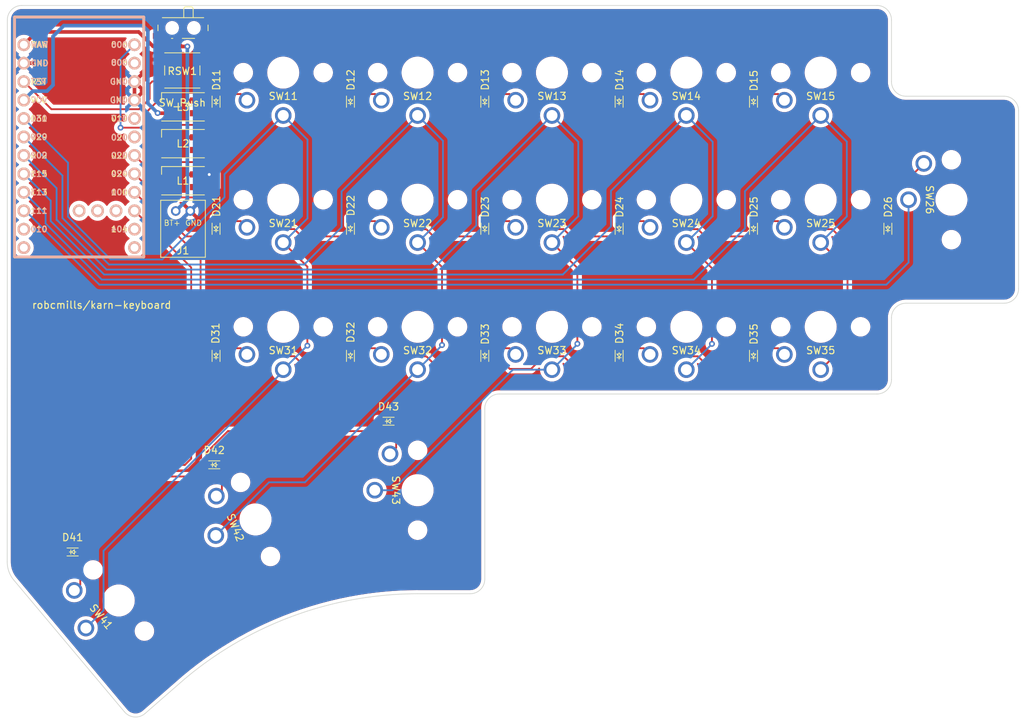
<source format=kicad_pcb>
(kicad_pcb (version 20211014) (generator pcbnew)
  (layers (0 "F.Cu" signal) (31 "B.Cu" signal) (34 "B.Paste" user) (35 "F.Paste" user) (36 "B.SilkS" user "B.Silkscreen") (37 "F.SilkS" user "F.Silkscreen") (38 "B.Mask" user) (39 "F.Mask" user) (44 "Edge.Cuts" user))
  (net 0 "")
  (net 1 "BT+")
  (net 2 "GND")
  (net 3 "row1")
  (net 4 "Net-(D11-Pad2)")
  (net 5 "Net-(D12-Pad2)")
  (net 6 "Net-(D13-Pad2)")
  (net 7 "Net-(D14-Pad2)")
  (net 8 "Net-(D15-Pad2)")
  (net 9 "row2")
  (net 10 "Net-(D21-Pad2)")
  (net 11 "Net-(D22-Pad2)")
  (net 12 "Net-(D23-Pad2)")
  (net 13 "Net-(D24-Pad2)")
  (net 14 "Net-(D25-Pad2)")
  (net 15 "Net-(D26-Pad2)")
  (net 16 "row3")
  (net 17 "Net-(D31-Pad2)")
  (net 18 "Net-(D32-Pad2)")
  (net 19 "Net-(D33-Pad2)")
  (net 20 "Net-(D34-Pad2)")
  (net 21 "Net-(D35-Pad2)")
  (net 22 "row4")
  (net 23 "Net-(D41-Pad2)")
  (net 24 "Net-(D42-Pad2)")
  (net 25 "Net-(D43-Pad2)")
  (net 27 "Net-(L1-Pad3)")
  (net 28 "VCC")
  (net 29 "Net-(L2-Pad3)")
  (net 30 "led")
  (net 31 "reset")
  (net 32 "col1")
  (net 33 "col2")
  (net 34 "col3")
  (net 35 "col4")
  (net 36 "col5")
  (net 37 "col6")
  (net 39 "raw")
  (footprint "Button_Switch_Keyboard:MBK choc 1u" (layer "F.Cu") (at 110.5 57.5)
    (fp_text reference "SW22")
    (fp_text value "SW_Push" hide)
  )
  (footprint "Button_Switch_Keyboard:MBK choc 1u" (layer "F.Cu") (at 166 40)
    (fp_text reference "SW15")
    (fp_text value "SW_Push" hide)
  )
  (footprint "Diode_SMD:1N4148X-TP" (layer "F.Cu") (at 138.25 61.5 90)
    (fp_text reference "D24")
    (fp_text value "D" hide)
  )
  (footprint "Diode_SMD:1N4148X-TP" (layer "F.Cu") (at 101.25 61.5 90)
    (fp_text reference "D22")
    (fp_text value "D" hide)
  )
  (footprint "Button_Switch_Keyboard:MBK choc 1u" (layer "F.Cu") (at 129 40)
    (fp_text reference "SW13")
    (fp_text value "SW_Push" hide)
  )
  (footprint "Button_Switch_Keyboard:MBK choc 1.5u" (layer "F.Cu") (at 88.184068 101.52305 -68)
    (fp_text reference "SW42")
    (fp_text value "SW_Push" hide)
  )
  (footprint "Diode_SMD:1N4148X-TP" (layer "F.Cu") (at 63 106)
    (fp_text reference "D41")
    (fp_text value "D" hide)
  )
  (footprint "karn-kicad:reset-switch-TL3313AF250QG" (layer "F.Cu") (at 78.1 39.7)
    (fp_text reference "RSW1")
    (fp_text value "SW_Push")
  )
  (footprint "Diode_SMD:1N4148X-TP" (layer "F.Cu") (at 82.75 44 90)
    (fp_text reference "D11")
    (fp_text value "D" hide)
  )
  (footprint "Button_Switch_Keyboard:MBK choc 1u" (layer "F.Cu") (at 92 75)
    (fp_text reference "SW31")
    (fp_text value "SW_Push" hide)
  )
  (footprint "Diode_SMD:1N4148X-TP" (layer "F.Cu") (at 82.75 79 90)
    (fp_text reference "D31")
    (fp_text value "D" hide)
  )
  (footprint "LED_SMD:LED_SK6812MINI_PLCC4_3.5x3.5mm_P1.75mm" (layer "F.Cu") (at 78.2 44.712847 180)
    (fp_text reference "L3")
    (fp_text value "SK6812MINI" hide)
  )
  (footprint "kbd:S2B-PH-K-SLFSN" (layer "F.Cu") (at 77.2 59.0527)
    (fp_text reference "J1")
    (fp_text value "S2B-PH-K-SLFSN" hide)
  )
  (footprint "Button_Switch_Keyboard:MBK choc 1.5u" (layer "F.Cu") (at 184 57.5 -90)
    (fp_text reference "SW26")
    (fp_text value "SW_Push" hide)
  )
  (footprint "Diode_SMD:1N4148X-TP" (layer "F.Cu") (at 119.75 44 90)
    (fp_text reference "D13")
    (fp_text value "D" hide)
  )
  (footprint "Button_Switch_SMD:SW_SPDT_PCM12" (layer "F.Cu") (at 78.2 34.164914 180)
    (fp_text reference "SW_POWER1" hide)
    (fp_text value "SW_SPDT" hide)
  )
  (footprint "Button_Switch_Keyboard:MBK choc 1u" (layer "F.Cu") (at 129 75)
    (fp_text reference "SW33")
    (fp_text value "SW_Push" hide)
  )
  (footprint "Diode_SMD:1N4148X-TP" (layer "F.Cu") (at 119.75 79 90)
    (fp_text reference "D33")
    (fp_text value "D" hide)
  )
  (footprint "Button_Switch_Keyboard:MBK choc 1u" (layer "F.Cu") (at 166 57.5)
    (fp_text reference "SW25")
    (fp_text value "SW_Push" hide)
  )
  (footprint "Button_Switch_Keyboard:MBK choc 1u" (layer "F.Cu") (at 110.5 75)
    (fp_text reference "SW32")
    (fp_text value "SW_Push" hide)
  )
  (footprint "Diode_SMD:1N4148X-TP" (layer "F.Cu") (at 138.25 44 90)
    (fp_text reference "D14")
    (fp_text value "D" hide)
  )
  (footprint "Diode_SMD:1N4148X-TP" (layer "F.Cu") (at 82.75 61.5 90)
    (fp_text reference "D21")
    (fp_text value "D" hide)
  )
  (footprint "Button_Switch_Keyboard:MBK choc 1u" (layer "F.Cu") (at 92 57.5)
    (fp_text reference "SW21")
    (fp_text value "SW_Push" hide)
  )
  (footprint "Diode_SMD:1N4148X-TP" (layer "F.Cu") (at 101.25 79 90)
    (fp_text reference "D32")
    (fp_text value "D" hide)
  )
  (footprint "Button_Switch_Keyboard:MBK choc 1.5u" (layer "F.Cu") (at 69.34916 112.683234 -50)
    (fp_text reference "SW41")
    (fp_text value "SW_Push" hide)
  )
  (footprint "Diode_SMD:1N4148X-TP" (layer "F.Cu") (at 119.75 61.5 90)
    (fp_text reference "D23")
    (fp_text value "D" hide)
  )
  (footprint "Diode_SMD:1N4148X-TP" (layer "F.Cu") (at 101.25 44 90)
    (fp_text reference "D12")
    (fp_text value "D" hide)
  )
  (footprint "LED_SMD:LED_SK6812MINI_PLCC4_3.5x3.5mm_P1.75mm" (layer "F.Cu") (at 78.2 49.778294 180)
    (fp_text reference "L2")
    (fp_text value "SK6812MINI" hide)
  )
  (footprint "LED_SMD:LED_SK6812MINI_PLCC4_3.5x3.5mm_P1.75mm" (layer "F.Cu") (at 78.2 54.887036 180)
    (fp_text reference "L1")
    (fp_text value "SK6812MINI" hide)
  )
  (footprint "Button_Switch_Keyboard:MBK choc 1u" (layer "F.Cu") (at 110.5 40)
    (fp_text reference "SW12")
    (fp_text value "SW_Push" hide)
  )
  (footprint "Button_Switch_Keyboard:MBK choc 1u" (layer "F.Cu") (at 166 75)
    (fp_text reference "SW35")
    (fp_text value "SW_Push" hide)
  )
  (footprint "Button_Switch_Keyboard:MBK choc 1u" (layer "F.Cu") (at 92 40)
    (fp_text reference "SW11")
    (fp_text value "SW_Push" hide)
  )
  (footprint "Diode_SMD:1N4148X-TP" (layer "F.Cu") (at 175.25 61.5 90)
    (fp_text reference "D26")
    (fp_text value "D" hide)
  )
  (footprint "Button_Switch_Keyboard:MBK choc 1u" (layer "F.Cu") (at 129 57.5)
    (fp_text reference "SW23")
    (fp_text value "SW_Push" hide)
  )
  (footprint "Button_Switch_Keyboard:MBK choc 1u" (layer "F.Cu") (at 147.5 75)
    (fp_text reference "SW34")
    (fp_text value "SW_Push" hide)
  )
  (footprint "Button_Switch_Keyboard:MBK choc 1.5u" (layer "F.Cu") (at 110.5 97.5 -90)
    (fp_text reference "SW43")
    (fp_text value "SW_Push" hide)
  )
  (footprint "Diode_SMD:1N4148X-TP" (layer "F.Cu") (at 138.25 79 90)
    (fp_text reference "D34")
    (fp_text value "D" hide)
  )
  (footprint "Diode_SMD:1N4148X-TP" (layer "F.Cu") (at 156.75 79 90)
    (fp_text reference "D35")
    (fp_text value "D" hide)
  )
  (footprint "Diode_SMD:1N4148X-TP" (layer "F.Cu") (at 156.75 44 90)
    (fp_text reference "D15")
    (fp_text value "D" hide)
  )
  (footprint "Button_Switch_Keyboard:MBK choc 1u" (layer "F.Cu") (at 147.5 40)
    (fp_text reference "SW14")
    (fp_text value "SW_Push" hide)
  )
  (footprint "Button_Switch_Keyboard:MBK choc 1u" (layer "F.Cu") (at 147.5 57.5)
    (fp_text reference "SW24")
    (fp_text value "SW_Push" hide)
  )
  (footprint "Diode_SMD:1N4148X-TP" (layer "F.Cu") (at 82.5 94)
    (fp_text reference "D42")
    (fp_text value "D" hide)
  )
  (footprint "Diode_SMD:1N4148X-TP" (layer "F.Cu") (at 156.75 61.5 90)
    (fp_text reference "D25")
    (fp_text value "D" hide)
  )
  (footprint "Diode_SMD:1N4148X-TP" (layer "F.Cu") (at 106.5 88)
    (fp_text reference "D43")
    (fp_text value "D" hide)
  )
  (footprint "nice-nano-kicad-master:nice_nano" (layer "B.Cu") (at 63.9 50.12975 -90)
    (fp_text reference "U1" hide)
    (fp_text value "nice!nano v2" hide)
  )
  (gr_line (start 193.25 45.25) (end 193.25 69.75) (layer "Edge.Cuts") (width 0.1))
  (gr_arc (start 193.25 69.75) (mid 192.664214 71.164214) (end 191.25 71.75) (layer "Edge.Cuts") (width 0.1))
  (gr_arc (start 175.75 73.75) (mid 176.335786 72.335786) (end 177.75 71.75) (layer "Edge.Cuts") (width 0.1))
  (gr_line (start 119.75 86.25) (end 119.75 109.75) (layer "Edge.Cuts") (width 0.1))
  (gr_line (start 175.75 32.75) (end 175.75 41.25) (layer "Edge.Cuts") (width 0.1))
  (gr_line (start 117.75 111.75) (end 110.5 111.75) (layer "Edge.Cuts") (width 0.1))
  (gr_arc (start 175.75 82.25) (mid 175.164214 83.664214) (end 173.75 84.25) (layer "Edge.Cuts") (width 0.1))
  (gr_arc (start 177.75 43.25) (mid 176.335786 42.664214) (end 175.75 41.25) (layer "Edge.Cuts") (width 0.1))
  (gr_arc (start 119.75 109.75) (mid 119.164214 111.164214) (end 117.75 111.75) (layer "Edge.Cuts") (width 0.1))
  (gr_arc (start 191.25 43.25) (mid 192.664214 43.835786) (end 193.25 45.25) (layer "Edge.Cuts") (width 0.1))
  (gr_line (start 191.25 71.75) (end 177.75 71.75) (layer "Edge.Cuts") (width 0.1))
  (gr_arc (start 78.400222 123.510683) (mid 93.412886 114.799326) (end 110.5 111.75) (layer "Edge.Cuts") (width 0.1))
  (gr_arc (start 119.75 86.25) (mid 120.335786 84.835786) (end 121.75 84.25) (layer "Edge.Cuts") (width 0.1))
  (gr_line (start 173.75 84.25) (end 121.75 84.25) (layer "Edge.Cuts") (width 0.1))
  (gr_arc (start 72.955062 128.259578) (mid 71.495176 128.719874) (end 70.137398 128.013064) (layer "Edge.Cuts") (width 0.1))
  (gr_line (start 78.400222 123.510683) (end 72.955062 128.259578) (layer "Edge.Cuts") (width 0.1))
  (gr_line (start 70.137398 128.013064) (end 54.900001 109.870596) (layer "Edge.Cuts") (width 0.1))
  (gr_line (start 53.994876 107.370597) (end 54.01 32.75) (layer "Edge.Cuts") (width 0.1))
  (gr_line (start 56.01 30.75) (end 173.75 30.75) (layer "Edge.Cuts") (width 0.1))
  (gr_line (start 177.75 43.25) (end 191.25 43.25) (layer "Edge.Cuts") (width 0.1))
  (gr_arc (start 173.75 30.75) (mid 175.164214 31.335786) (end 175.75 32.75) (layer "Edge.Cuts") (width 0.1))
  (gr_line (start 175.75 73.75) (end 175.75 82.25) (layer "Edge.Cuts") (width 0.1))
  (gr_arc (start 54.01 32.75) (mid 54.595786 31.335786) (end 56.01 30.75) (layer "Edge.Cuts") (width 0.1))
  (gr_arc (start 54.900001 109.870596) (mid 54.228121 108.7) (end 53.994876 107.370597) (layer "Edge.Cuts") (width 0.1))
  (gr_text "robcmills/karn-keyboard" (at 67 72) (layer "F.SilkS") (effects (font (size 1 1))))
  (segment (start 78.016155 36.4) (end 78.8 36.4) (width 0.5) (layer "F.Cu") (net 1))
  (segment (start 77.45 35.594914) (end 77.45 35.833845) (width 0.5) (layer "F.Cu") (net 1))
  (segment (start 77.45 35.833845) (end 78.016155 36.4) (width 0.5) (layer "F.Cu") (net 1))
  (via (at 78.8 36.4) (size 0.8) (drill 0.4) (layers "F.Cu" "B.Cu") (net 1))
  (segment (start 78.8 57.452699) (end 77.199999 59.0527) (width 0.5) (layer "B.Cu") (net 1))
  (segment (start 78.8 36.4) (end 78.8 57.452699) (width 0.5) (layer "B.Cu") (net 1))
  (segment (start 81.516551 49.192183) (end 81.227662 48.903294) (width 0.5) (layer "F.Cu") (net 2))
  (segment (start 68.98 38.69975) (end 71.52 41.23975) (width 0.5) (layer "F.Cu") (net 2))
  (segment (start 81.516551 51.760897) (end 81.516551 49.192183) (width 0.5) (layer "F.Cu") (net 2))
  (segment (start 71.52 41.23975) (end 71.52 43.77975) (width 0.5) (layer "F.Cu") (net 2))
  (segment (start 81.561617 44.302617) (end 81.096847 43.837847) (width 0.5) (layer "F.Cu") (net 2))
  (segment (start 56.28 38.69975) (end 68.98 38.69975) (width 0.5) (layer "F.Cu") (net 2))
  (segment (start 79.95 48.903294) (end 79.95 48.190023) (width 0.5) (layer "F.Cu") (net 2))
  (segment (start 79.95 48.190023) (end 81.561617 46.578406) (width 0.5) (layer "F.Cu") (net 2))
  (segment (start 79.95 53.327448) (end 81.516551 51.760897) (width 0.5) (layer "F.Cu") (net 2))
  (segment (start 79.95 54.012036) (end 81.791153 54.012036) (width 0.5) (layer "F.Cu") (net 2))
  (segment (start 81.791153 54.012036) (end 81.808804 54.029687) (width 0.5) (layer "F.Cu") (net 2))
  (segment (start 81.227662 48.903294) (end 79.95 48.903294) (width 0.5) (layer "F.Cu") (net 2))
  (segment (start 81.096847 43.837847) (end 79.95 43.837847) (width 0.5) (layer "F.Cu") (net 2))
  (segment (start 81.561617 46.578406) (end 81.561617 44.302617) (width 0.5) (layer "F.Cu") (net 2))
  (segment (start 79.95 54.012036) (end 79.95 53.327448) (width 0.5) (layer "F.Cu") (net 2))
  (via (at 81.808804 54.029687) (size 0.8) (drill 0.4) (layers "F.Cu" "B.Cu") (net 2))
  (segment (start 77.612753 60.639948) (end 79.200001 59.0527) (width 0.5) (layer "B.Cu") (net 2))
  (segment (start 81.808804 56.443897) (end 79.200001 59.0527) (width 0.5) (layer "B.Cu") (net 2))
  (segment (start 73.537325 45.797075) (end 73.537325 58.044296) (width 0.5) (layer "B.Cu") (net 2))
  (segment (start 71.52 43.77975) (end 73.537325 45.797075) (width 0.5) (layer "B.Cu") (net 2))
  (segment (start 73.537325 58.044296) (end 76.132977 60.639948) (width 0.5) (layer "B.Cu") (net 2))
  (segment (start 76.132977 60.639948) (end 77.612753 60.639948) (width 0.5) (layer "B.Cu") (net 2))
  (segment (start 81.808804 54.029687) (end 81.808804 56.443897) (width 0.5) (layer "B.Cu") (net 2))
  (segment (start 150.087326 45.0509) (end 149.839879 44.803453) (width 0.25) (layer "F.Cu") (net 3))
  (segment (start 141.678954 45.800641) (end 140.929213 45.0509) (width 0.25) (layer "F.Cu") (net 3))
  (segment (start 103.80589 45.0509) (end 104.566734 45.811744) (width 0.25) (layer "F.Cu") (net 3))
  (segment (start 74.817846 57.179078) (end 81.324282 57.179078) (width 0.25) (layer "F.Cu") (net 3))
  (segment (start 107.543887 45.811744) (end 109.286193 44.069438) (width 0.25) (layer "F.Cu") (net 3))
  (segment (start 126.115762 45.795688) (end 127.858068 44.053382) (width 0.25) (layer "F.Cu") (net 3))
  (segment (start 93.517024 44.050107) (end 94.517817 45.0509) (width 0.25) (layer "F.Cu") (net 3))
  (segment (start 104.566734 45.811744) (end 107.543887 45.811744) (width 0.25) (layer "F.Cu") (net 3))
  (segment (start 85.692413 45.792413) (end 89.036807 45.792413) (width 0.25) (layer "F.Cu") (net 3))
  (segment (start 81.324282 57.179078) (end 82.75 55.75336) (width 0.25) (layer "F.Cu") (net 3))
  (segment (start 71.52 51.39975) (end 73.987238 53.866988) (width 0.25) (layer "F.Cu") (net 3))
  (segment (start 156.75 45.0509) (end 150.087326 45.0509) (width 0.25) (layer "F.Cu") (net 3))
  (segment (start 82.75 55.75336) (end 82.75 45.0509) (width 0.25) (layer "F.Cu") (net 3))
  (segment (start 112.682317 45.0509) (end 122.441934 45.0509) (width 0.25) (layer "F.Cu") (net 3))
  (segment (start 144.607994 45.800641) (end 141.678954 45.800641) (width 0.25) (layer "F.Cu") (net 3))
  (segment (start 73.987238 56.34847) (end 74.817846 57.179078) (width 0.25) (layer "F.Cu") (net 3))
  (segment (start 73.987238 53.866988) (end 73.987238 56.34847) (width 0.25) (layer "F.Cu") (net 3))
  (segment (start 140.929213 45.0509) (end 138.25 45.0509) (width 0.25) (layer "F.Cu") (net 3))
  (segment (start 82.75 45.0509) (end 84.9509 45.0509) (width 0.25) (layer "F.Cu") (net 3))
  (segment (start 109.286193 44.069438) (end 111.700855 44.069438) (width 0.25) (layer "F.Cu") (net 3))
  (segment (start 90.779113 44.050107) (end 93.517024 44.050107) (width 0.25) (layer "F.Cu") (net 3))
  (segment (start 149.088211 44.058335) (end 146.3503 44.058335) (width 0.25) (layer "F.Cu") (net 3))
  (segment (start 84.9509 45.0509) (end 85.692413 45.792413) (width 0.25) (layer "F.Cu") (net 3))
  (segment (start 149.836604 44.806728) (end 149.088211 44.058335) (width 0.25) (layer "F.Cu") (net 3))
  (segment (start 122.441934 45.0509) (end 123.186722 45.795688) (width 0.25) (layer "F.Cu") (net 3))
  (segment (start 130.595979 44.053382) (end 131.593497 45.0509) (width 0.25) (layer "F.Cu") (net 3))
  (segment (start 127.858068 44.053382) (end 130.595979 44.053382) (width 0.25) (layer "F.Cu") (net 3))
  (segment (start 89.036807 45.792413) (end 90.779113 44.050107) (width 0.25) (layer "F.Cu") (net 3))
  (segment (start 123.186722 45.795688) (end 126.115762 45.795688) (width 0.25) (layer "F.Cu") (net 3))
  (segment (start 94.517817 45.0509) (end 103.80589 45.0509) (width 0.25) (layer "F.Cu") (net 3))
  (segment (start 146.3503 44.058335) (end 144.607994 45.800641) (width 0.25) (layer "F.Cu") (net 3))
  (segment (start 111.700855 44.069438) (end 112.682317 45.0509) (width 0.25) (layer "F.Cu") (net 3))
  (segment (start 131.593497 45.0509) (end 138.25 45.0509) (width 0.25) (layer "F.Cu") (net 3))
  (segment (start 82.75 42.9491) (end 86.1491 42.9491) (width 0.25) (layer "F.Cu") (net 4))
  (segment (start 86.1491 42.9491) (end 87 43.8) (width 0.25) (layer "F.Cu") (net 4))
  (segment (start 104.6491 42.9491) (end 105.5 43.8) (width 0.25) (layer "F.Cu") (net 5))
  (segment (start 101.25 42.9491) (end 104.6491 42.9491) (width 0.25) (layer "F.Cu") (net 5))
  (segment (start 119.75 42.9491) (end 123.1491 42.9491) (width 0.25) (layer "F.Cu") (net 6))
  (segment (start 123.1491 42.9491) (end 124 43.8) (width 0.25) (layer "F.Cu") (net 6))
  (segment (start 138.25 42.9491) (end 141.6491 42.9491) (width 0.25) (layer "F.Cu") (net 7))
  (segment (start 141.6491 42.9491) (end 142.5 43.8) (width 0.25) (layer "F.Cu") (net 7))
  (segment (start 160.1491 42.9491) (end 161 43.8) (width 0.25) (layer "F.Cu") (net 8))
  (segment (start 156.75 42.9491) (end 160.1491 42.9491) (width 0.25) (layer "F.Cu") (net 8))
  (segment (start 103.81148 62.5509) (end 104.566569 63.305989) (width 0.25) (layer "F.Cu") (net 9))
  (segment (start 146.350135 61.55258) (end 144.607829 63.294886) (width 0.25) (layer "F.Cu") (net 9))
  (segment (start 111.70069 61.563683) (end 112.687907 62.5509) (width 0.25) (layer "F.Cu") (net 9))
  (segment (start 141.678789 63.294886) (end 140.934803 62.5509) (width 0.25) (layer "F.Cu") (net 9))
  (segment (start 127.857903 61.547627) (end 130.595814 61.547627) (width 0.25) (layer "F.Cu") (net 9))
  (segment (start 138.25 62.5509) (end 131.605637 62.5509) (width 0.25) (layer "F.Cu") (net 9))
  (segment (start 131.605637 62.5509) (end 131.347482 62.292745) (width 0.25) (layer "F.Cu") (net 9))
  (segment (start 144.607829 63.294886) (end 141.678789 63.294886) (width 0.25) (layer "F.Cu") (net 9))
  (segment (start 160.179255 63.296352) (end 159.433803 62.5509) (width 0.25) (layer "F.Cu") (net 9))
  (segment (start 149.836439 62.300973) (end 149.088046 61.55258) (width 0.25) (layer "F.Cu") (net 9))
  (segment (start 73.338323 55.758073) (end 71.52 53.93975) (width 0.25) (layer "F.Cu") (net 9))
  (segment (start 130.595814 61.547627) (end 131.344207 62.29602) (width 0.25) (layer "F.Cu") (net 9))
  (segment (start 168.591916 62.5509) (end 168.34018 62.299164) (width 0.25) (layer "F.Cu") (net 9))
  (segment (start 93.516859 61.544352) (end 94.523407 62.5509) (width 0.25) (layer "F.Cu") (net 9))
  (segment (start 112.687907 62.5509) (end 122.447524 62.5509) (width 0.25) (layer "F.Cu") (net 9))
  (segment (start 89.036642 63.286658) (end 90.778948 61.544352) (width 0.25) (layer "F.Cu") (net 9))
  (segment (start 122.447524 62.5509) (end 123.186557 63.289933) (width 0.25) (layer "F.Cu") (net 9))
  (segment (start 175.25 62.5509) (end 168.591916 62.5509) (width 0.25) (layer "F.Cu") (net 9))
  (segment (start 90.778948 61.544352) (end 93.516859 61.544352) (width 0.25) (layer "F.Cu") (net 9))
  (segment (start 156.75 62.5509) (end 150.092916 62.5509) (width 0.25) (layer "F.Cu") (net 9))
  (segment (start 85.323731 62.5509) (end 86.059489 63.286658) (width 0.25) (layer "F.Cu") (net 9))
  (segment (start 86.059489 63.286658) (end 89.036642 63.286658) (width 0.25) (layer "F.Cu") (net 9))
  (segment (start 163.108295 63.296352) (end 160.179255 63.296352) (width 0.25) (layer "F.Cu") (net 9))
  (segment (start 82.75 62.5509) (end 85.323731 62.5509) (width 0.25) (layer "F.Cu") (net 9))
  (segment (start 109.286028 61.563683) (end 111.70069 61.563683) (width 0.25) (layer "F.Cu") (net 9))
  (segment (start 168.336905 62.302439) (end 167.588512 61.554046) (width 0.25) (layer "F.Cu") (net 9))
  (segment (start 150.092916 62.5509) (end 149.839714 62.297698) (width 0.25) (layer "F.Cu") (net 9))
  (segment (start 123.186557 63.289933) (end 126.115597 63.289933) (width 0.25) (layer "F.Cu") (net 9))
  (segment (start 149.088046 61.55258) (end 146.350135 61.55258) (width 0.25) (layer "F.Cu") (net 9))
  (segment (start 78.5509 62.5509) (end 73.338323 57.338323) (width 0.25) (layer "F.Cu") (net 9))
  (segment (start 104.566569 63.305989) (end 107.543722 63.305989) (width 0.25) (layer "F.Cu") (net 9))
  (segment (start 126.115597 63.289933) (end 127.857903 61.547627) (width 0.25) (layer "F.Cu") (net 9))
  (segment (start 107.543722 63.305989) (end 109.286028 61.563683) (width 0.25) (layer "F.Cu") (net 9))
  (segment (start 167.588512 61.554046) (end 164.850601 61.554046) (width 0.25) (layer "F.Cu") (net 9))
  (segment (start 164.850601 61.554046) (end 163.108295 63.296352) (width 0.25) (layer "F.Cu") (net 9))
  (segment (start 73.338323 57.338323) (end 73.338323 55.758073) (width 0.25) (layer "F.Cu") (net 9))
  (segment (start 94.523407 62.5509) (end 103.81148 62.5509) (width 0.25) (layer "F.Cu") (net 9))
  (segment (start 82.75 62.5509) (end 78.5509 62.5509) (width 0.25) (layer "F.Cu") (net 9))
  (segment (start 159.433803 62.5509) (end 156.75 62.5509) (width 0.25) (layer "F.Cu") (net 9))
  (segment (start 140.934803 62.5509) (end 138.25 62.5509) (width 0.25) (layer "F.Cu") (net 9))
  (segment (start 82.75 60.4491) (end 86.1491 60.4491) (width 0.25) (layer "F.Cu") (net 10))
  (segment (start 86.1491 60.4491) (end 87 61.3) (width 0.25) (layer "F.Cu") (net 10))
  (segment (start 104.6491 60.4491) (end 105.5 61.3) (width 0.25) (layer "F.Cu") (net 11))
  (segment (start 101.25 60.4491) (end 104.6491 60.4491) (width 0.25) (layer "F.Cu") (net 11))
  (segment (start 119.75 60.4491) (end 123.1491 60.4491) (width 0.25) (layer "F.Cu") (net 12))
  (segment (start 123.1491 60.4491) (end 124 61.3) (width 0.25) (layer "F.Cu") (net 12))
  (segment (start 138.25 60.4491) (end 141.6491 60.4491) (width 0.25) (layer "F.Cu") (net 13))
  (segment (start 141.6491 60.4491) (end 142.5 61.3) (width 0.25) (layer "F.Cu") (net 13))
  (segment (start 160.1491 60.4491) (end 161 61.3) (width 0.25) (layer "F.Cu") (net 14))
  (segment (start 156.75 60.4491) (end 160.1491 60.4491) (width 0.25) (layer "F.Cu") (net 14))
  (segment (start 175.25 57.45) (end 180.2 52.5) (width 0.25) (layer "F.Cu") (net 15))
  (segment (start 175.25 60.7015) (end 175.25 57.45) (width 0.25) (layer "F.Cu") (net 15))
  (segment (start 81.732426 80.0509) (end 82.75 80.0509) (width 0.25) (layer "F.Cu") (net 16))
  (segment (start 150.096417 80.0509) (end 149.847614 79.802097) (width 0.25) (layer "F.Cu") (net 16))
  (segment (start 156.75 80.0509) (end 150.096417 80.0509) (width 0.25) (layer "F.Cu") (net 16))
  (segment (start 127.865803 79.052026) (end 130.603714 79.052026) (width 0.25) (layer "F.Cu") (net 16))
  (segment (start 85.327232 80.0509) (end 86.067389 80.791057) (width 0.25) (layer "F.Cu") (net 16))
  (segment (start 80.619942 78.938416) (end 81.732426 80.0509) (width 0.25) (layer "F.Cu") (net 16))
  (segment (start 104.574469 80.810388) (end 107.551622 80.810388) (width 0.25) (layer "F.Cu") (net 16))
  (segment (start 93.524759 79.048751) (end 94.526908 80.0509) (width 0.25) (layer "F.Cu") (net 16))
  (segment (start 112.691408 80.0509) (end 122.451025 80.0509) (width 0.25) (layer "F.Cu") (net 16))
  (segment (start 141.686689 80.799285) (end 140.938304 80.0509) (width 0.25) (layer "F.Cu") (net 16))
  (segment (start 111.70859 79.068082) (end 112.691408 80.0509) (width 0.25) (layer "F.Cu") (net 16))
  (segment (start 109.293928 79.068082) (end 111.70859 79.068082) (width 0.25) (layer "F.Cu") (net 16))
  (segment (start 90.786848 79.048751) (end 93.524759 79.048751) (width 0.25) (layer "F.Cu") (net 16))
  (segment (start 122.451025 80.0509) (end 123.194457 80.794332) (width 0.25) (layer "F.Cu") (net 16))
  (segment (start 71.52 56.47975) (end 80.619942 65.579692) (width 0.25) (layer "F.Cu") (net 16))
  (segment (start 149.095946 79.056979) (end 146.358035 79.056979) (width 0.25) (layer "F.Cu") (net 16))
  (segment (start 130.603714 79.052026) (end 131.352107 79.800419) (width 0.25) (layer "F.Cu") (net 16))
  (segment (start 89.044542 80.791057) (end 90.786848 79.048751) (width 0.25) (layer "F.Cu") (net 16))
  (segment (start 107.551622 80.810388) (end 109.293928 79.068082) (width 0.25) (layer "F.Cu") (net 16))
  (segment (start 131.609138 80.0509) (end 131.355382 79.797144) (width 0.25) (layer "F.Cu") (net 16))
  (segment (start 82.75 80.0509) (end 85.327232 80.0509) (width 0.25) (layer "F.Cu") (net 16))
  (segment (start 103.814981 80.0509) (end 104.574469 80.810388) (width 0.25) (layer "F.Cu") (net 16))
  (segment (start 94.526908 80.0509) (end 103.814981 80.0509) (width 0.25) (layer "F.Cu") (net 16))
  (segment (start 140.938304 80.0509) (end 138.25 80.0509) (width 0.25) (layer "F.Cu") (net 16))
  (segment (start 80.619942 65.579692) (end 80.619942 78.938416) (width 0.25) (layer "F.Cu") (net 16))
  (segment (start 86.067389 80.791057) (end 89.044542 80.791057) (width 0.25) (layer "F.Cu") (net 16))
  (segment (start 146.358035 79.056979) (end 144.615729 80.799285) (width 0.25) (layer "F.Cu") (net 16))
  (segment (start 126.123497 80.794332) (end 127.865803 79.052026) (width 0.25) (layer "F.Cu") (net 16))
  (segment (start 123.194457 80.794332) (end 126.123497 80.794332) (width 0.25) (layer "F.Cu") (net 16))
  (segment (start 144.615729 80.799285) (end 141.686689 80.799285) (width 0.25) (layer "F.Cu") (net 16))
  (segment (start 138.25 80.0509) (end 131.609138 80.0509) (width 0.25) (layer "F.Cu") (net 16))
  (segment (start 149.844339 79.805372) (end 149.095946 79.056979) (width 0.25) (layer "F.Cu") (net 16))
  (segment (start 86.1491 77.9491) (end 87 78.8) (width 0.25) (layer "F.Cu") (net 17))
  (segment (start 82.75 77.9491) (end 86.1491 77.9491) (width 0.25) (layer "F.Cu") (net 17))
  (segment (start 104.6491 77.9491) (end 105.5 78.8) (width 0.25) (layer "F.Cu") (net 18))
  (segment (start 101.25 77.9491) (end 104.6491 77.9491) (width 0.25) (layer "F.Cu") (net 18))
  (segment (start 119.75 77.9491) (end 123.1491 77.9491) (width 0.25) (layer "F.Cu") (net 19))
  (segment (start 123.1491 77.9491) (end 124 78.8) (width 0.25) (layer "F.Cu") (net 19))
  (segment (start 141.6491 77.9491) (end 142.5 78.8) (width 0.25) (layer "F.Cu") (net 20))
  (segment (start 138.25 77.9491) (end 141.6491 77.9491) (width 0.25) (layer "F.Cu") (net 20))
  (segment (start 156.75 77.9491) (end 160.1491 77.9491) (width 0.25) (layer "F.Cu") (net 21))
  (segment (start 160.1491 77.9491) (end 161 78.8) (width 0.25) (layer "F.Cu") (net 21))
  (segment (start 84.381268 89.360869) (end 81.4491 92.293037) (width 0.25) (layer "F.Cu") (net 22))
  (segment (start 59.292059 96.80589) (end 62.083084 94.014865) (width 0.25) (layer "F.Cu") (net 22))
  (segment (start 61.9491 106) (end 61.9491 107.049587) (width 0.25) (layer "F.Cu") (net 22))
  (segment (start 79.325416 93.146546) (end 79.325416 66.825166) (width 0.25) (layer "F.Cu") (net 22))
  (segment (start 81.041616 95.608878) (end 63.445224 95.608878) (width 0.25) (layer "F.Cu") (net 22))
  (segment (start 104.84095 89.360869) (end 84.381268 89.360869) (width 0.25) (layer "F.Cu") (net 22))
  (segment (start 61.9491 97.105002) (end 61.9491 106) (width 0.25) (layer "F.Cu") (net 22))
  (segment (start 59.292059 106.85358) (end 59.292059 96.80589) (width 0.25) (layer "F.Cu") (net 22))
  (segment (start 78.457097 94.014865) (end 79.325416 93.146546) (width 0.25) (layer "F.Cu") (net 22))
  (segment (start 81.4491 92.293037) (end 81.4491 95.201394) (width 0.25) (layer "F.Cu") (net 22))
  (segment (start 79.325416 66.825166) (end 71.52 59.01975) (width 0.25) (layer "F.Cu") (net 22))
  (segment (start 81.4491 95.201394) (end 81.041616 95.608878) (width 0.25) (layer "F.Cu") (net 22))
  (segment (start 63.445224 95.608878) (end 61.9491 97.105002) (width 0.25) (layer "F.Cu") (net 22))
  (segment (start 61.9491 107.049587) (end 61.152742 107.845945) (width 0.25) (layer "F.Cu") (net 22))
  (segment (start 60.284424 107.845945) (end 59.292059 106.85358) (width 0.25) (layer "F.Cu") (net 22))
  (segment (start 105.4491 88) (end 105.4491 88.752719) (width 0.25) (layer "F.Cu") (net 22))
  (segment (start 61.152742 107.845945) (end 60.284424 107.845945) (width 0.25) (layer "F.Cu") (net 22))
  (segment (start 105.4491 88.752719) (end 104.84095 89.360869) (width 0.25) (layer "F.Cu") (net 22))
  (segment (start 62.083084 94.014865) (end 78.457097 94.014865) (width 0.25) (layer "F.Cu") (net 22))
  (segment (start 64.0509 110.468958) (end 63.224253 111.295605) (width 0.25) (layer "F.Cu") (net 23))
  (segment (start 64.0509 106) (end 64.0509 110.468958) (width 0.25) (layer "F.Cu") (net 23))
  (segment (start 83.5509 94) (end 83.5509 97.547472) (width 0.25) (layer "F.Cu") (net 24))
  (segment (start 83.5509 97.547472) (end 82.787736 98.310636) (width 0.25) (layer "F.Cu") (net 24))
  (segment (start 107.5509 91.6491) (end 106.7 92.5) (width 0.25) (layer "F.Cu") (net 25))
  (segment (start 107.5509 88) (end 107.5509 91.6491) (width 0.25) (layer "F.Cu") (net 25))
  (segment (start 76.45 52.57642) (end 76.709348 52.317072) (width 0.25) (layer "F.Cu") (net 27))
  (segment (start 76.45 54.012036) (end 76.45 52.57642) (width 0.25) (layer "F.Cu") (net 27))
  (segment (start 79.683375 52.317072) (end 79.95 52.050447) (width 0.25) (layer "F.Cu") (net 27))
  (segment (start 76.709348 52.317072) (end 79.683375 52.317072) (width 0.25) (layer "F.Cu") (net 27))
  (segment (start 79.95 52.050447) (end 79.95 50.653294) (width 0.25) (layer "F.Cu") (net 27))
  (segment (start 74.651953 55.064839) (end 75.34915 55.762036) (width 0.5) (layer "F.Cu") (net 28))
  (segment (start 74.741289 48.18594) (end 74.741289 50.210897) (width 0.5) (layer "F.Cu") (net 28))
  (segment (start 76.45 46.477229) (end 74.741289 48.18594) (width 0.5) (layer "F.Cu") (net 28))
  (segment (start 76.45 51.450286) (end 74.651953 53.248333) (width 0.5) (layer "F.Cu") (net 28))
  (segment (start 75.183686 50.653294) (end 76.45 50.653294) (width 0.5) (layer "F.Cu") (net 28))
  (segment (start 76.45 45.587847) (end 74.727351 45.587847) (width 0.5) (layer "F.Cu") (net 28))
  (segment (start 75.34915 55.762036) (end 76.45 55.762036) (width 0.5) (layer "F.Cu") (net 28))
  (segment (start 74.741289 50.210897) (end 75.183686 50.653294) (width 0.5) (layer "F.Cu") (net 28))
  (segment (start 74.651953 53.248333) (end 74.651953 55.064839) (width 0.5) (layer "F.Cu") (net 28))
  (segment (start 76.45 50.653294) (end 76.45 51.450286) (width 0.5) (layer "F.Cu") (net 28))
  (segment (start 74.727351 45.587847) (end 74.704102 45.564598) (width 0.5) (layer "F.Cu") (net 28))
  (segment (start 76.45 45.587847) (end 76.45 46.477229) (width 0.5) (layer "F.Cu") (net 28))
  (via (at 74.704102 45.564598) (size 0.8) (drill 0.4) (layers "F.Cu" "B.Cu") (net 28))
  (segment (start 56.28 43.77975) (end 57.513765 42.545985) (width 0.5) (layer "B.Cu") (net 28))
  (segment (start 57.513765 42.545985) (end 59.467231 42.545985) (width 0.5) (layer "B.Cu") (net 28))
  (segment (start 72.674666 33.526273) (end 73.35816 34.209767) (width 0.5) (layer "B.Cu") (net 28))
  (segment (start 60.304775 41.708441) (end 60.304775 35.008083) (width 0.5) (layer "B.Cu") (net 28))
  (segment (start 59.467231 42.545985) (end 60.304775 41.708441) (width 0.5) (layer "B.Cu") (net 28))
  (segment (start 73.35816 34.209767) (end 73.35816 44.218656) (width 0.5) (layer "B.Cu") (net 28))
  (segment (start 60.304775 35.008083) (end 61.786585 33.526273) (width 0.5) (layer "B.Cu") (net 28))
  (segment (start 61.786585 33.526273) (end 72.674666 33.526273) (width 0.5) (layer "B.Cu") (net 28))
  (segment (start 73.35816 44.218656) (end 74.704102 45.564598) (width 0.5) (layer "B.Cu") (net 28))
  (segment (start 76.45 47.550859) (end 76.80494 47.195919) (width 0.25) (layer "F.Cu") (net 29))
  (segment (start 76.80494 47.195919) (end 79.706846 47.195919) (width 0.25) (layer "F.Cu") (net 29))
  (segment (start 76.45 48.903294) (end 76.45 47.550859) (width 0.25) (layer "F.Cu") (net 29))
  (segment (start 79.706846 47.195919) (end 79.95 46.952765) (width 0.25) (layer "F.Cu") (net 29))
  (segment (start 79.95 46.952765) (end 79.95 45.587847) (width 0.25) (layer "F.Cu") (net 29))
  (segment (start 73.348088 45.259896) (end 73.348088 47.157375) (width 0.25) (layer "F.Cu") (net 30))
  (segment (start 73.465216 45.142768) (end 73.348088 45.259896) (width 0.25) (layer "F.Cu") (net 30))
  (segment (start 74.770137 43.837847) (end 73.465216 45.142768) (width 0.25) (layer "F.Cu") (net 30))
  (segment (start 72.926426 47.579037) (end 69.599982 47.579037) (width 0.25) (layer "F.Cu") (net 30))
  (segment (start 73.348088 47.157375) (end 72.926426 47.579037) (width 0.25) (layer "F.Cu") (net 30))
  (segment (start 76.45 43.837847) (end 74.770137 43.837847) (width 0.25) (layer "F.Cu") (net 30))
  (via (at 69.599982 47.579037) (size 0.8) (drill 0.4) (layers "F.Cu" "B.Cu") (net 30))
  (segment (start 69.599982 38.079768) (end 71.52 36.15975) (width 0.25) (layer "B.Cu") (net 30))
  (segment (start 69.599982 47.579037) (end 69.599982 38.079768) (width 0.25) (layer "B.Cu") (net 30))
  (segment (start 73.606314 41.573232) (end 73.979546 41.2) (width 0.25) (layer "F.Cu") (net 31))
  (segment (start 72.161773 45.038227) (end 73.606314 43.593686) (width 0.25) (layer "F.Cu") (net 31))
  (segment (start 56.28 41.23975) (end 60.078477 45.038227) (width 0.25) (layer "F.Cu") (net 31))
  (segment (start 73.606314 43.593686) (end 73.606314 41.573232) (width 0.25) (layer "F.Cu") (net 31))
  (segment (start 60.078477 45.038227) (end 72.161773 45.038227) (width 0.25) (layer "F.Cu") (net 31))
  (segment (start 73.979546 41.2) (end 75.172851 41.2) (width 0.25) (layer "F.Cu") (net 31))
  (segment (start 92 63.4) (end 95.322303 66.722303) (width 0.25) (layer "F.Cu") (net 32))
  (segment (start 95.322303 66.722303) (end 95.322303 77.592999) (width 0.25) (layer "F.Cu") (net 32))
  (via (at 95.322303 77.592999) (size 0.8) (drill 0.4) (layers "F.Cu" "B.Cu") (net 32))
  (segment (start 95.322303 77.592999) (end 95.307001 77.592999) (width 0.25) (layer "B.Cu") (net 32))
  (segment (start 92 45.9) (end 83.915936 53.984064) (width 0.25) (layer "B.Cu") (net 32))
  (segment (start 67.259659 105.842482) (end 67.259659 114.04552) (width 0.25) (layer "B.Cu") (net 32))
  (segment (start 83.915936 53.984064) (end 83.915936 57.146826) (width 0.25) (layer "B.Cu") (net 32))
  (segment (start 95.338536 49.238536) (end 95.338536 60.061464) (width 0.25) (layer "B.Cu") (net 32))
  (segment (start 95.338536 60.061464) (end 92 63.4) (width 0.25) (layer "B.Cu") (net 32))
  (segment (start 92 81.102141) (end 67.259659 105.842482) (width 0.25) (layer "B.Cu") (net 32))
  (segment (start 92 80.9) (end 92 81.102141) (width 0.25) (layer "B.Cu") (net 32))
  (segment (start 68.244065 65.723695) (end 62.361501 59.841131) (width 0.25) (layer "B.Cu") (net 32))
  (segment (start 95.307001 77.592999) (end 92 80.9) (width 0.25) (layer "B.Cu") (net 32))
  (segment (start 62.361501 59.841131) (end 62.361501 52.401251) (width 0.25) (layer "B.Cu") (net 32))
  (segment (start 67.259659 114.04552) (end 64.829498 116.475681) (width 0.25) (layer "B.Cu") (net 32))
  (segment (start 62.361501 52.401251) (end 56.28 46.31975) (width 0.25) (layer "B.Cu") (net 32))
  (segment (start 75.339067 65.723695) (end 68.244065 65.723695) (width 0.25) (layer "B.Cu") (net 32))
  (segment (start 83.915936 57.146826) (end 75.339067 65.723695) (width 0.25) (layer "B.Cu") (net 32))
  (segment (start 92 45.9) (end 95.338536 49.238536) (width 0.25) (layer "B.Cu") (net 32))
  (segment (start 113.860737 66.760737) (end 110.5 63.4) (width 0.25) (layer "F.Cu") (net 33))
  (segment (start 113.860737 77.507039) (end 113.860737 66.760737) (width 0.25) (layer "F.Cu") (net 33))
  (via (at 113.860737 77.507039) (size 0.8) (drill 0.4) (layers "F.Cu" "B.Cu") (net 33))
  (segment (start 94.891111 66.423838) (end 68.001202 66.423838) (width 0.25) (layer "B.Cu") (net 33))
  (segment (start 61.598115 54.177865) (end 56.28 48.85975) (width 0.25) (layer "B.Cu") (net 33))
  (segment (start 61.598115 60.020751) (end 61.598115 54.177865) (width 0.25) (layer "B.Cu") (net 33))
  (segment (start 110.5 80.9) (end 94.993154 96.406846) (width 0.25) (layer "B.Cu") (net 33))
  (segment (start 110.5 80.9) (end 113.860737 77.539263) (width 0.25) (layer "B.Cu") (net 33))
  (segment (start 113.982683 59.917317) (end 110.5 63.4) (width 0.25) (layer "B.Cu") (net 33))
  (segment (start 100.036857 56.363143) (end 100.036857 61.278092) (width 0.25) (layer "B.Cu") (net 33))
  (segment (start 113.992683 49.392683) (end 113.992683 59.917317) (width 0.25) (layer "B.Cu") (net 33))
  (segment (start 110.5 45.9) (end 113.992683 49.392683) (width 0.25) (layer "B.Cu") (net 33))
  (segment (start 90.040066 96.406846) (end 82.713683 103.733229) (width 0.25) (layer "B.Cu") (net 33))
  (segment (start 100.036857 61.278092) (end 94.891111 66.423838) (width 0.25) (layer "B.Cu") (net 33))
  (segment (start 68.001202 66.423838) (end 61.598115 60.020751) (width 0.25) (layer "B.Cu") (net 33))
  (segment (start 110.5 45.9) (end 100.036857 56.363143) (width 0.25) (layer "B.Cu") (net 33))
  (segment (start 113.992683 59.917317) (end 113.982683 59.917317) (width 0.25) (layer "B.Cu") (net 33))
  (segment (start 113.860737 77.539263) (end 113.860737 77.507039) (width 0.25) (layer "B.Cu") (net 33))
  (segment (start 94.993154 96.406846) (end 90.040066 96.406846) (width 0.25) (layer "B.Cu") (net 33))
  (segment (start 132.498087 66.898087) (end 129 63.4) (width 0.25) (layer "F.Cu") (net 34))
  (segment (start 132.498087 77.335002) (end 132.498087 66.898087) (width 0.25) (layer "F.Cu") (net 34))
  (via (at 132.498087 77.335002) (size 0.8) (drill 0.4) (layers "F.Cu" "B.Cu") (net 34))
  (segment (start 118.573899 61.053001) (end 112.510725 67.116175) (width 0.25) (layer "B.Cu") (net 34))
  (segment (start 60.791339 55.911089) (end 56.28 51.39975) (width 0.25) (layer "B.Cu") (net 34))
  (segment (start 112.510725 67.116175) (end 67.664626 67.116175) (width 0.25) (layer "B.Cu") (net 34))
  (segment (start 67.664626 67.116175) (end 60.834986 60.286535) (width 0.25) (layer "B.Cu") (net 34))
  (segment (start 107.018418 97.5) (end 104.6 97.5) (width 0.25) (layer "B.Cu") (net 34))
  (segment (start 60.834986 60.286535) (end 60.791339 60.286535) (width 0.25) (layer "B.Cu") (net 34))
  (segment (start 129 45.9) (end 118.573899 56.326101) (width 0.25) (layer "B.Cu") (net 34))
  (segment (start 132.625585 59.784415) (end 132.615585 59.784415) (width 0.25) (layer "B.Cu") (net 34))
  (segment (start 118.573899 56.326101) (end 118.573899 61.053001) (width 0.25) (layer "B.Cu") (net 34))
  (segment (start 132.625585 49.525585) (end 132.625585 59.784415) (width 0.25) (layer "B.Cu") (net 34))
  (segment (start 129 45.9) (end 132.625585 49.525585) (width 0.25) (layer "B.Cu") (net 34))
  (segment (start 132.498087 77.401913) (end 132.498087 77.335002) (width 0.25) (layer "B.Cu") (net 34))
  (segment (start 129 80.9) (end 132.498087 77.401913) (width 0.25) (layer "B.Cu") (net 34))
  (segment (start 123.618418 80.9) (end 107.018418 97.5) (width 0.25) (layer "B.Cu") (net 34))
  (segment (start 60.791339 60.286535) (end 60.791339 55.911089) (width 0.25) (layer "B.Cu") (net 34))
  (segment (start 132.615585 59.784415) (end 129 63.4) (width 0.25) (layer "B.Cu") (net 34))
  (segment (start 129 80.9) (end 123.618418 80.9) (width 0.25) (layer "B.Cu") (net 34))
  (segment (start 151.029261 66.929261) (end 147.5 63.4) (width 0.25) (layer "F.Cu") (net 35))
  (segment (start 151.029261 77.346357) (end 151.029261 66.929261) (width 0.25) (layer "F.Cu") (net 35))
  (via (at 151.029261 77.346357) (size 0.8) (drill 0.4) (layers "F.Cu" "B.Cu") (net 35))
  (segment (start 59.984843 57.644593) (end 56.28 53.93975) (width 0.25) (layer "B.Cu") (net 35))
  (segment (start 59.984843 60.445914) (end 59.984843 57.644593) (width 0.25) (layer "B.Cu") (net 35))
  (segment (start 147.5 45.9) (end 151.129108 49.529108) (width 0.25) (layer "B.Cu") (net 35))
  (segment (start 67.338117 67.799188) (end 59.984843 60.445914) (width 0.25) (layer "B.Cu") (net 35))
  (segment (start 151.129108 49.529108) (end 151.129108 59.780893) (width 0.25) (layer "B.Cu") (net 35))
  (segment (start 151.029261 77.370739) (end 151.029261 77.346357) (width 0.25) (layer "B.Cu") (net 35))
  (segment (start 151.119107 59.780893) (end 147.5 63.4) (width 0.25) (layer "B.Cu") (net 35))
  (segment (start 147.5 45.9) (end 137.125684 56.274316) (width 0.25) (layer "B.Cu") (net 35))
  (segment (start 137.125684 56.274316) (end 137.125684 61.174674) (width 0.25) (layer "B.Cu") (net 35))
  (segment (start 151.129108 59.780893) (end 151.119107 59.780893) (width 0.25) (layer "B.Cu") (net 35))
  (segment (start 130.50117 67.799188) (end 67.338117 67.799188) (width 0.25) (layer "B.Cu") (net 35))
  (segment (start 147.5 80.9) (end 151.029261 77.370739) (width 0.25) (layer "B.Cu") (net 35))
  (segment (start 137.125684 61.174674) (end 130.50117 67.799188) (width 0.25) (layer "B.Cu") (net 35))
  (segment (start 169.694428 67.094428) (end 169.694428 77.205572) (width 0.25) (layer "F.Cu") (net 36))
  (segment (start 169.694428 77.205572) (end 166 80.9) (width 0.25) (layer "F.Cu") (net 36))
  (segment (start 166 63.4) (end 169.694428 67.094428) (width 0.25) (layer "F.Cu") (net 36))
  (segment (start 155.573976 61.447647) (end 148.526827 68.494796) (width 0.25) (layer "B.Cu") (net 36))
  (segment (start 59.276968 59.476718) (end 56.28 56.47975) (width 0.25) (layer "B.Cu") (net 36))
  (segment (start 169.600749 49.500749) (end 169.600749 59.799251) (width 0.25) (layer "B.Cu") (net 36))
  (segment (start 148.526827 68.494796) (end 66.999278 68.494796) (width 0.25) (layer "B.Cu") (net 36))
  (segment (start 155.573976 56.326024) (end 155.573976 61.447647) (width 0.25) (layer "B.Cu") (net 36))
  (segment (start 66.999278 68.494796) (end 59.276968 60.772486) (width 0.25) (layer "B.Cu") (net 36))
  (segment (start 59.276968 60.772486) (end 59.276968 59.476718) (width 0.25) (layer "B.Cu") (net 36))
  (segment (start 166 45.9) (end 155.573976 56.326024) (width 0.25) (layer "B.Cu") (net 36))
  (segment (start 166 45.9) (end 169.600749 49.500749) (width 0.25) (layer "B.Cu") (net 36))
  (segment (start 169.600749 59.799251) (end 166 63.4) (width 0.25) (layer "B.Cu") (net 36))
  (segment (start 66.678531 69.197706) (end 56.500575 59.01975) (width 0.25) (layer "B.Cu") (net 37))
  (segment (start 175.043137 69.197706) (end 66.678531 69.197706) (width 0.25) (layer "B.Cu") (net 37))
  (segment (start 56.500575 59.01975) (end 56.28 59.01975) (width 0.25) (layer "B.Cu") (net 37))
  (segment (start 178.1 57.5) (end 178.1 66.140843) (width 0.25) (layer "B.Cu") (net 37))
  (segment (start 178.1 66.140843) (end 175.043137 69.197706) (width 0.25) (layer "B.Cu") (net 37))
  (segment (start 75.478755 36.380118) (end 75.95 35.908873) (width 0.5) (layer "F.Cu") (net 39))
  (segment (start 58.03975 34.4) (end 72.1 34.4) (width 0.5) (layer "F.Cu") (net 39))
  (segment (start 75.95 35.908873) (end 75.95 35.594914) (width 0.5) (layer "F.Cu") (net 39))
  (segment (start 74.080118 36.380118) (end 75.478755 36.380118) (width 0.5) (layer "F.Cu") (net 39))
  (segment (start 72.1 34.4) (end 74.080118 36.380118) (width 0.5) (layer "F.Cu") (net 39))
  (segment (start 56.28 36.15975) (end 58.03975 34.4) (width 0.5) (layer "F.Cu") (net 39))
  (zone (net 2) (net_name "GND") (layer "F.Cu") (connect_pads (clearance 0.5)) (min_thickness 0.254) (fill yes (thermal_gap 0.508) (thermal_bridge_width 0.508))
    (polygon (pts (xy 194 129) (xy 53 129.590376) (xy 53 30) (xy 194 30)))
  )
  (zone (net 2) (net_name "GND") (layer "B.Cu") (connect_pads (clearance 0.5)) (min_thickness 0.254) (fill yes (thermal_gap 0.508) (thermal_bridge_width 0.508))
    (polygon (pts (xy 194 129) (xy 53 129.590376) (xy 53 30) (xy 194 30)))
  )
)
</source>
